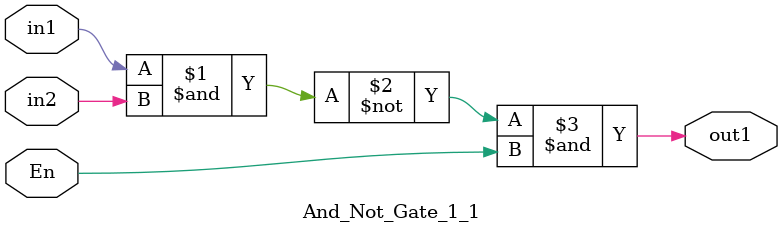
<source format=v>
module  And_Not_Gate_1_1(input En,in1,in2,output out1);
	assign out1=(~(in1&in2))&En;
endmodule

</source>
